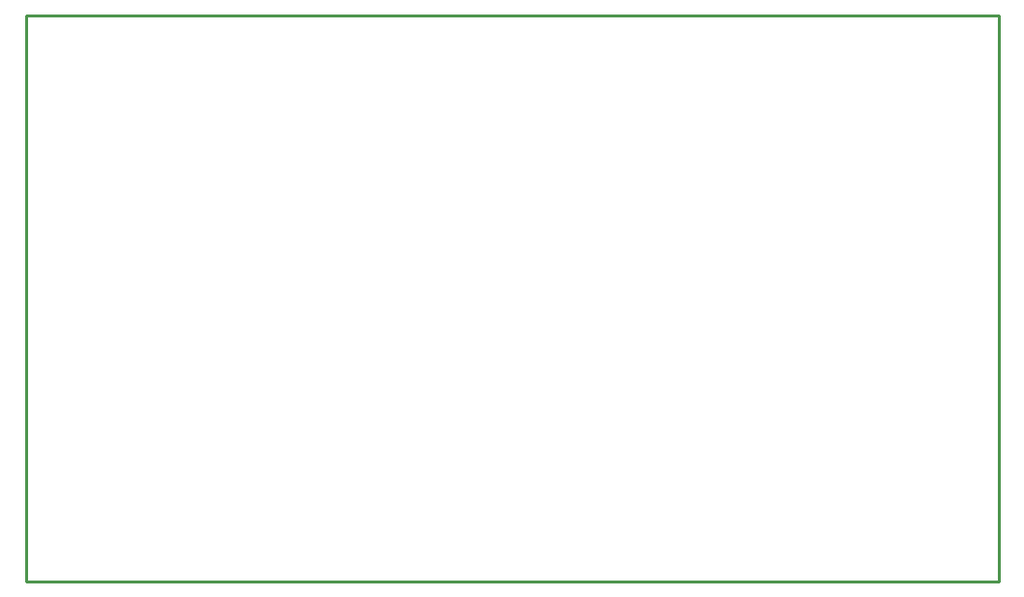
<source format=gbr>
G04 EAGLE Gerber RS-274X export*
G75*
%MOMM*%
%FSLAX34Y34*%
%LPD*%
%IN*%
%IPPOS*%
%AMOC8*
5,1,8,0,0,1.08239X$1,22.5*%
G01*
%ADD10C,0.254000*%


D10*
X-241300Y-469900D02*
X609600Y-469900D01*
X609600Y25400D01*
X-241300Y25400D01*
X-241300Y-469900D01*
M02*

</source>
